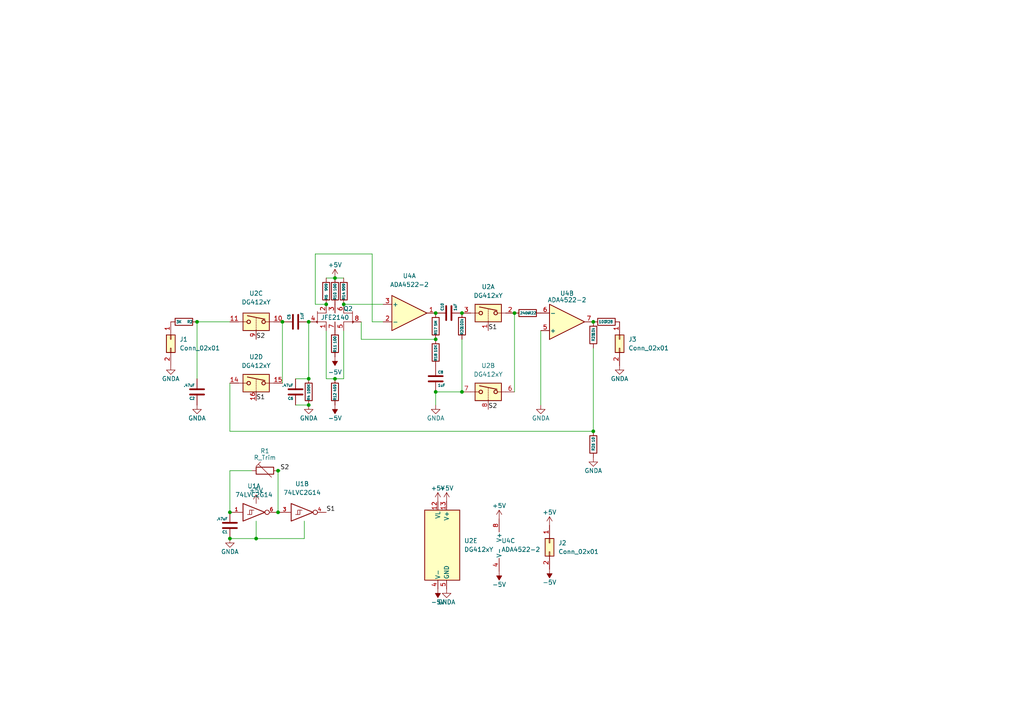
<source format=kicad_sch>
(kicad_sch (version 20211123) (generator eeschema)
  (paper "A4")
  (lib_symbols
    (symbol "74xGxx:74LVC2G14" (pin_names (offset 1.016))
      (property "Reference" "U" (at -2.54 3.81 0))
      (property "Value" "74LVC2G14" (at 0 -3.81 0))
      (symbol "74LVC2G14_0_1"
        (polyline (pts (xy -1.905 -0.635) (xy -1.27 -0.635) (xy -1.27 0.635)))
        (polyline (pts (xy -3.81 2.54) (xy -3.81 -2.54) (xy 2.54 0) (xy -3.81 2.54)) (stroke (width 0.254)))
        (polyline (pts (xy -2.54 -0.635) (xy -1.905 -0.635) (xy -1.905 0.635) (xy -0.635 0.635)))
        (pin power_in line (at 0 -2.54 270) (length 0) hide (name "GND") (number "2"))
        (pin power_in line (at 0 2.54 90) (length 0) hide (name "VCC") (number "5"))
      )
      (symbol "74LVC2G14_1_1"
        (pin input line (at -7.62 0 0) (length 3.81) (name "~") (number "1"))
        (pin output inverted (at 6.35 0 180) (length 3.81) (name "~") (number "6"))
      )
      (symbol "74LVC2G14_2_1"
        (pin input line (at -7.62 0 0) (length 3.81) (name "~") (number "3"))
        (pin output inverted (at 6.35 0 180) (length 3.81) (name "~") (number "4"))
      )
    )
    (symbol "Amplifier_Operational:LM358" (pin_names (offset 0.127))
      (property "Reference" "U" (at 0 5.08 0))
      (property "Value" "LM358" (at 0 -5.08 0))
      (symbol "LM358_1_1"
        (polyline (pts (xy -5.08 5.08) (xy 5.08 0) (xy -5.08 -5.08) (xy -5.08 5.08)) (stroke (width 0.254)) (fill (type background)))
        (pin output line (at 7.62 0 180) (length 2.54) (name "~") (number "1"))
        (pin input line (at -7.62 -2.54 0) (length 2.54) (name "-") (number "2"))
        (pin input line (at -7.62 2.54 0) (length 2.54) (name "+") (number "3"))
      )
      (symbol "LM358_2_1"
        (polyline (pts (xy -5.08 5.08) (xy 5.08 0) (xy -5.08 -5.08) (xy -5.08 5.08)) (stroke (width 0.254)) (fill (type background)))
        (pin input line (at -7.62 2.54 0) (length 2.54) (name "+") (number "5"))
        (pin input line (at -7.62 -2.54 0) (length 2.54) (name "-") (number "6"))
        (pin output line (at 7.62 0 180) (length 2.54) (name "~") (number "7"))
      )
      (symbol "LM358_3_1"
        (pin power_in line (at -2.54 -7.62 90) (length 3.81) (name "V-") (number "4"))
        (pin power_in line (at -2.54 7.62 270) (length 3.81) (name "V+") (number "8"))
      )
    )
    (symbol "Analog_Switch:DG412xY" (pin_names (offset 0.254))
      (property "Reference" "U" (at -3.175 5.334 0))
      (property "Value" "DG412xY" (at -3.175 3.556 0))
      (symbol "DG412xY_1_1"
        (rectangle (start -3.81 2.54) (end 3.81 -2.54) (stroke (width 0.254)) (fill (type background)))
        (circle (center -2.159 0) (radius 0.508) (stroke (width 0.254)))
        (polyline (pts (xy -5.08 0) (xy -2.794 0)))
        (polyline (pts (xy -2.54 0.762) (xy 2.54 1.778)) (stroke (width 0.254)))
        (polyline (pts (xy 0 -2.54) (xy 0 -2.032)))
        (polyline (pts (xy 0 -1.778) (xy 0 -1.524)))
        (polyline (pts (xy 0 -1.27) (xy 0 -1.016)))
        (polyline (pts (xy 0 -0.762) (xy 0 -0.508)))
        (polyline (pts (xy 0 -0.254) (xy 0 0)))
        (polyline (pts (xy 0 0.254) (xy 0 0.508)))
        (polyline (pts (xy 0 0.762) (xy 0 1.016)))
        (polyline (pts (xy 5.08 0) (xy 2.794 0)))
        (circle (center 2.159 0) (radius 0.508) (stroke (width 0.254)))
        (pin input line (at 0 -5.08 90) (length 2.54) (name "~") (number "1"))
        (pin passive line (at -7.62 0 0) (length 2.54) (name "~") (number "2"))
        (pin passive line (at 7.62 0 180) (length 2.54) (name "~") (number "3"))
      )
      (symbol "DG412xY_2_1"
        (rectangle (start -3.81 2.54) (end 3.81 -2.54) (stroke (width 0.254)) (fill (type background)))
        (circle (center -2.159 0) (radius 0.508) (stroke (width 0.254)))
        (polyline (pts (xy -5.08 0) (xy -2.794 0)))
        (polyline (pts (xy -2.54 0.762) (xy 2.54 1.778)) (stroke (width 0.254)))
        (polyline (pts (xy 0 -2.54) (xy 0 -2.032)))
        (polyline (pts (xy 0 -1.778) (xy 0 -1.524)))
        (polyline (pts (xy 0 -1.27) (xy 0 -1.016)))
        (polyline (pts (xy 0 -0.762) (xy 0 -0.508)))
        (polyline (pts (xy 0 -0.254) (xy 0 0)))
        (polyline (pts (xy 0 0.254) (xy 0 0.508)))
        (polyline (pts (xy 0 0.762) (xy 0 1.016)))
        (polyline (pts (xy 5.08 0) (xy 2.794 0)))
        (circle (center 2.159 0) (radius 0.508) (stroke (width 0.254)))
        (pin passive line (at -7.62 0 0) (length 2.54) (name "~") (number "6"))
        (pin passive line (at 7.62 0 180) (length 2.54) (name "~") (number "7"))
        (pin input line (at 0 -5.08 90) (length 2.54) (name "~") (number "8"))
      )
      (symbol "DG412xY_3_1"
        (rectangle (start -3.81 2.54) (end 3.81 -2.54) (stroke (width 0.254)) (fill (type background)))
        (circle (center -2.159 0) (radius 0.508) (stroke (width 0.254)))
        (polyline (pts (xy -5.08 0) (xy -2.794 0)))
        (polyline (pts (xy -2.54 0.762) (xy 2.54 1.778)) (stroke (width 0.254)))
        (polyline (pts (xy 0 -2.54) (xy 0 -2.032)))
        (polyline (pts (xy 0 -1.778) (xy 0 -1.524)))
        (polyline (pts (xy 0 -1.27) (xy 0 -1.016)))
        (polyline (pts (xy 0 -0.762) (xy 0 -0.508)))
        (polyline (pts (xy 0 -0.254) (xy 0 0)))
        (polyline (pts (xy 0 0.254) (xy 0 0.508)))
        (polyline (pts (xy 0 0.762) (xy 0 1.016)))
        (polyline (pts (xy 5.08 0) (xy 2.794 0)))
        (circle (center 2.159 0) (radius 0.508) (stroke (width 0.254)))
        (pin passive line (at -7.62 0 0) (length 2.54) (name "~") (number "10"))
        (pin passive line (at 7.62 0 180) (length 2.54) (name "~") (number "11"))
        (pin input line (at 0 -5.08 90) (length 2.54) (name "~") (number "9"))
      )
      (symbol "DG412xY_4_1"
        (rectangle (start -3.81 2.54) (end 3.81 -2.54) (stroke (width 0.254)) (fill (type background)))
        (circle (center -2.159 0) (radius 0.508) (stroke (width 0.254)))
        (polyline (pts (xy -5.08 0) (xy -2.794 0)))
        (polyline (pts (xy -2.54 0.762) (xy 2.54 1.778)) (stroke (width 0.254)))
        (polyline (pts (xy 0 -2.54) (xy 0 -2.032)))
        (polyline (pts (xy 0 -1.778) (xy 0 -1.524)))
        (polyline (pts (xy 0 -1.27) (xy 0 -1.016)))
        (polyline (pts (xy 0 -0.762) (xy 0 -0.508)))
        (polyline (pts (xy 0 -0.254) (xy 0 0)))
        (polyline (pts (xy 0 0.254) (xy 0 0.508)))
        (polyline (pts (xy 0 0.762) (xy 0 1.016)))
        (polyline (pts (xy 5.08 0) (xy 2.794 0)))
        (circle (center 2.159 0) (radius 0.508) (stroke (width 0.254)))
        (pin passive line (at 7.62 0 180) (length 2.54) (name "~") (number "14"))
        (pin passive line (at -7.62 0 0) (length 2.54) (name "~") (number "15"))
        (pin input line (at 0 -5.08 90) (length 2.54) (name "~") (number "16"))
      )
      (symbol "DG412xY_5_0"
        (pin power_in line (at 2.54 12.7 270) (length 2.54) (name "VL") (number "12"))
        (pin power_in line (at 0 12.7 270) (length 2.54) (name "V+") (number "13"))
        (pin power_in line (at 2.54 -12.7 90) (length 2.54) (name "V-") (number "4"))
        (pin power_in line (at 0 -12.7 90) (length 2.54) (name "GND") (number "5"))
      )
      (symbol "DG412xY_5_1"
        (rectangle (start -3.81 10.16) (end 6.35 -10.16) (stroke (width 0.254)) (fill (type background)))
      )
    )
    (symbol "Connector_Generic:Conn_02x01" (pin_names (offset 1.016) hide)
      (property "Reference" "J" (at 1.27 2.54 0))
      (property "Value" "Conn_02x01" (at 1.27 -2.54 0))
      (symbol "Conn_02x01_1_1"
        (rectangle (start -1.27 0.127) (end 0 -0.127) (stroke (width 0.1524)))
        (rectangle (start -1.27 1.27) (end 3.81 -1.27) (stroke (width 0.254)) (fill (type background)))
        (rectangle (start 3.81 0.127) (end 2.54 -0.127) (stroke (width 0.1524)))
        (pin passive line (at -5.08 0 0) (length 3.81) (name "Pin_1") (number "1"))
        (pin passive line (at 7.62 0 180) (length 3.81) (name "Pin_2") (number "2"))
      )
    )
    (symbol "CustomSymbols:JFE2140"
      (property "Reference" "Q" (at -7.874 0.254 0))
      (property "Value" "JFE2140" (at 0 -3.81 0))
      (symbol "JFE2140_0_1"
        (polyline (pts (xy -5.08 -5.588) (xy -5.08 -2.032)))
        (polyline (pts (xy -5.08 -5.08) (xy -2.54 -5.08)))
        (polyline (pts (xy -2.54 -2.54) (xy -5.08 -2.54)))
        (polyline (pts (xy 2.54 -5.08) (xy 5.08 -5.08)))
        (polyline (pts (xy 5.08 -2.54) (xy 2.54 -2.54)))
        (polyline (pts (xy 5.08 -2.032) (xy 5.08 -5.588)))
        (polyline (pts (xy -5.08 -5.08) (xy -5.334 -4.826) (xy -5.334 -5.334) (xy -5.08 -5.08)))
        (polyline (pts (xy 5.08 -5.08) (xy 5.334 -5.334) (xy 5.334 -4.826) (xy 5.08 -5.08)))
      )
      (symbol "JFE2140_1_1"
        (pin input line (at -2.54 -7.62 90) (length 2.54) (name "") (number "1"))
        (pin input line (at -2.54 0 270) (length 2.54) (name "") (number "2"))
        (pin input line (at 0 0 270) (length 2.54) (name "") (number "3"))
        (pin input line (at -7.62 -5.08 0) (length 2.54) (name "") (number "4"))
        (pin input line (at 2.54 -7.62 90) (length 2.54) (name "") (number "5"))
        (pin input line (at 2.54 0 270) (length 2.54) (name "") (number "6"))
        (pin input line (at 0 -7.62 90) (length 2.54) (name "") (number "7"))
        (pin input line (at 7.62 -5.08 180) (length 2.54) (name "") (number "8"))
      )
    )
    (symbol "Device:C" (pin_numbers hide) (pin_names (offset 0.254))
      (property "Reference" "C" (at 0.635 2.54 0))
      (property "Value" "C" (at 0.635 -2.54 0))
      (symbol "C_0_1"
        (polyline (pts (xy -2.032 -0.762) (xy 2.032 -0.762)) (stroke (width 0.508)))
        (polyline (pts (xy -2.032 0.762) (xy 2.032 0.762)) (stroke (width 0.508)))
      )
      (symbol "C_1_1"
        (pin passive line (at 0 3.81 270) (length 2.794) (name "~") (number "1"))
        (pin passive line (at 0 -3.81 90) (length 2.794) (name "~") (number "2"))
      )
    )
    (symbol "Device:R" (pin_numbers hide) (pin_names (offset 0))
      (property "Reference" "R" (at 2.032 0 90))
      (property "Value" "R" (at 0 0 90))
      (symbol "R_0_1"
        (rectangle (start -1.016 -2.54) (end 1.016 2.54) (stroke (width 0.254)))
      )
      (symbol "R_1_1"
        (pin passive line (at 0 3.81 270) (length 1.27) (name "~") (number "1"))
        (pin passive line (at 0 -3.81 90) (length 1.27) (name "~") (number "2"))
      )
    )
    (symbol "Device:R_Trim" (pin_numbers hide) (pin_names (offset 0))
      (property "Reference" "R" (at 2.54 -2.54 90))
      (property "Value" "R_Trim" (at -2.54 -0.635 90))
      (symbol "R_Trim_0_1"
        (rectangle (start -1.016 -2.54) (end 1.016 2.54) (stroke (width 0.254)))
        (polyline (pts (xy -1.905 -1.905) (xy 1.905 1.905) (xy 2.54 1.27) (xy 1.27 2.54)))
      )
      (symbol "R_Trim_1_1"
        (pin passive line (at 0 3.81 270) (length 1.27) (name "~") (number "1"))
        (pin passive line (at 0 -3.81 90) (length 1.27) (name "~") (number "2"))
      )
    )
    (symbol "power:+5V" (power) (pin_names (offset 0))
      (property "Value" "+5V" (at 0 3.556 0))
      (symbol "+5V_0_1"
        (polyline (pts (xy -0.762 1.27) (xy 0 2.54)))
        (polyline (pts (xy 0 0) (xy 0 2.54)))
        (polyline (pts (xy 0 2.54) (xy 0.762 1.27)))
      )
      (symbol "+5V_1_1"
        (pin power_in line (at 0 0 90) (length 0) hide (name "+5V") (number "1"))
      )
    )
    (symbol "power:-5V" (power) (pin_names (offset 0))
      (property "Value" "-5V" (at 0 3.81 0))
      (symbol "-5V_0_0"
        (pin power_in line (at 0 0 90) (length 0) hide (name "-5V") (number "1"))
      )
      (symbol "-5V_0_1"
        (polyline (pts (xy 0 0) (xy 0 1.27) (xy 0.762 1.27) (xy 0 2.54) (xy -0.762 1.27) (xy 0 1.27)) (fill (type outline)))
      )
    )
    (symbol "power:GNDA" (power) (pin_names (offset 0))
      (property "Value" "GNDA" (at 0 -3.81 0))
      (symbol "GNDA_0_1"
        (polyline (pts (xy 0 0) (xy 0 -1.27) (xy 1.27 -1.27) (xy 0 -2.54) (xy -1.27 -1.27) (xy 0 -1.27)))
      )
      (symbol "GNDA_1_1"
        (pin power_in line (at 0 0 270) (length 0) hide (name "GNDA") (number "1"))
      )
    )
  )
  (junction (at 57.15 93.345))
  (junction (at 97.155 109.855))
  (junction (at 80.645 136.525))
  (junction (at 172.085 125.095))
  (junction (at 74.295 156.21))
  (junction (at 133.985 113.665))
  (junction (at 66.675 156.21))
  (junction (at 89.535 93.345))
  (junction (at 89.535 109.855))
  (junction (at 97.155 80.645))
  (junction (at 66.675 148.59))
  (junction (at 126.365 113.665))
  (junction (at 89.535 117.475))
  (junction (at 126.365 90.805))
  (junction (at 149.225 90.805))
  (junction (at 81.915 93.345))
  (junction (at 133.985 90.805))
  (junction (at 94.615 88.265))
  (junction (at 126.365 98.425))
  (junction (at 172.085 93.345))
  (junction (at 99.695 88.265))
  (junction (at 80.645 148.59))
  (wire (pts (xy 80.645 136.525) (xy 80.645 148.59)))
  (wire (pts (xy 172.085 125.095) (xy 172.085 100.965)))
  (wire (pts (xy 85.725 109.855) (xy 89.535 109.855)))
  (wire (pts (xy 94.615 109.855) (xy 97.155 109.855)))
  (wire (pts (xy 66.675 125.095) (xy 66.675 111.125)))
  (wire (pts (xy 99.695 109.855) (xy 97.155 109.855)))
  (wire (pts (xy 104.775 98.425) (xy 126.365 98.425)))
  (wire (pts (xy 149.225 90.805) (xy 149.225 113.665)))
  (wire (pts (xy 133.985 113.665) (xy 126.365 113.665)))
  (wire (pts (xy 66.675 156.21) (xy 74.295 156.21)))
  (wire (pts (xy 97.155 80.645) (xy 99.695 80.645)))
  (wire (pts (xy 133.985 98.425) (xy 133.985 113.665)))
  (wire (pts (xy 66.675 136.525) (xy 66.675 148.59)))
  (wire (pts (xy 80.645 136.525) (xy 81.28 136.525)))
  (wire (pts (xy 94.615 95.885) (xy 94.615 109.855)))
  (wire (pts (xy 104.775 93.345) (xy 104.775 98.425)))
  (wire (pts (xy 94.615 80.645) (xy 97.155 80.645)))
  (wire (pts (xy 73.025 136.525) (xy 66.675 136.525)))
  (wire (pts (xy 156.845 117.475) (xy 156.845 95.885)))
  (wire (pts (xy 99.695 88.265) (xy 111.125 88.265)))
  (wire (pts (xy 81.915 93.345) (xy 81.915 111.125)))
  (wire (pts (xy 94.615 88.265) (xy 91.44 88.265)))
  (wire (pts (xy 74.295 151.13) (xy 74.295 156.21)))
  (wire (pts (xy 172.085 125.095) (xy 66.675 125.095)))
  (wire (pts (xy 57.15 93.345) (xy 66.675 93.345)))
  (wire (pts (xy 91.44 73.66) (xy 107.95 73.66)))
  (wire (pts (xy 57.15 93.345) (xy 57.15 109.855)))
  (wire (pts (xy 91.44 88.265) (xy 91.44 73.66)))
  (wire (pts (xy 74.295 156.21) (xy 88.265 156.21)))
  (wire (pts (xy 126.365 117.475) (xy 126.365 113.665)))
  (wire (pts (xy 107.95 93.345) (xy 111.125 93.345)))
  (wire (pts (xy 88.265 156.21) (xy 88.265 151.13)))
  (wire (pts (xy 85.725 117.475) (xy 89.535 117.475)))
  (wire (pts (xy 99.695 95.885) (xy 99.695 109.855)))
  (wire (pts (xy 107.95 73.66) (xy 107.95 93.345)))
  (wire (pts (xy 89.535 93.345) (xy 89.535 109.855)))
  (label "S1" (at 141.605 95.885 0))
  (label "S1" (at 94.615 148.59 0))
  (label "S1" (at 74.295 116.205 0))
  (label "S2" (at 81.28 136.525 0))
  (label "S2" (at 141.605 118.745 0))
  (label "S2" (at 74.295 98.425 0))
  (symbol (lib_id "power:GNDA") (at 129.54 170.815 0) (unit 1)
    (property "Reference" "#PWR0106" (effects hide))
    (property "Value" "GNDA" (at 129.54 174.625 0))
  )
  (symbol (lib_id "power:-5V") (at 159.385 165.1 180) (unit 1)
    (property "Reference" "#PWR0118" (effects hide))
    (property "Value" "-5V" (at 159.385 168.91 0))
  )
  (symbol (lib_id "Device:R") (at 172.085 128.905 0) (unit 1)
    (property "Reference" "R26" (at 172.085 130.81 90) (effects (font (size 0.75 0.75)) (justify left)))
    (property "Value" "10" (at 172.085 128.27 90) (effects (font (size 0.75 0.75)) (justify left)))
    (property "Footprint" "Resistor_THT:R_Axial_DIN0207_L6.3mm_D2.5mm_P10.16mm_Horizontal" (effects hide))
  )
  (symbol (lib_id "Device:R") (at 97.155 113.665 0) (unit 1)
    (property "Reference" "R12" (at 97.155 116.205 90) (effects (font (size 0.75 0.75)) (justify left)))
    (property "Value" "499" (at 97.155 113.665 90) (effects (font (size 0.75 0.75)) (justify left)))
    (property "Footprint" "Resistor_THT:R_Axial_DIN0207_L6.3mm_D2.5mm_P10.16mm_Horizontal" (effects hide))
  )
  (symbol (lib_id "Device:C") (at 66.675 152.4 180) (unit 1)
    (property "Reference" "C1" (at 66.04 154.305 0) (effects (font (size 0.75 0.75)) (justify left)))
    (property "Value" ".47uF" (at 66.04 150.495 0) (effects (font (size 0.75 0.75)) (justify left)))
    (property "Footprint" "Capacitor_SMD:C_1206_3216Metric" (effects hide))
  )
  (symbol (lib_id "Device:R") (at 97.155 99.695 0) (unit 1)
    (property "Reference" "R11" (at 97.155 102.235 90) (effects (font (size 0.75 0.75)) (justify left)))
    (property "Value" "100" (at 97.155 99.695 90) (effects (font (size 0.75 0.75)) (justify left)))
    (property "Footprint" "Resistor_SMD:R_1206_3216Metric" (effects hide))
  )
  (symbol (lib_id "Amplifier_Operational:LM358") (at 164.465 93.345 0) (mirror x) (unit 2)
    (property "Reference" "U4" (at 164.465 85.09 0))
    (property "Value" "ADA4522-2" (at 164.465 86.995 0))
    (property "Footprint" "Package_SO:SOIC-8_3.9x4.9mm_P1.27mm" (effects hide))
    (property "Datasheet" "http://www.ti.com/lit/ds/symlink/lm2904-n.pdf" (effects hide))
  )
  (symbol (lib_id "Device:R") (at 126.365 94.615 0) (unit 1)
    (property "Reference" "R17" (at 126.365 97.155 90) (effects (font (size 0.75 0.75)) (justify left)))
    (property "Value" "5M" (at 126.365 94.615 90) (effects (font (size 0.75 0.75)) (justify left)))
    (property "Footprint" "Resistor_THT:R_Axial_DIN0207_L6.3mm_D2.5mm_P10.16mm_Horizontal" (effects hide))
  )
  (symbol (lib_id "Device:R") (at 172.085 97.155 0) (unit 1)
    (property "Reference" "R25" (at 172.085 99.06 90) (effects (font (size 0.75 0.75)) (justify left)))
    (property "Value" "10k" (at 172.085 97.155 90) (effects (font (size 0.75 0.75)) (justify left)))
    (property "Footprint" "Resistor_THT:R_Axial_DIN0207_L6.3mm_D2.5mm_P10.16mm_Horizontal" (effects hide))
  )
  (symbol (lib_id "Device:R") (at 89.535 113.665 0) (unit 1)
    (property "Reference" "R4" (at 89.535 116.205 90) (effects (font (size 0.75 0.75)) (justify left)))
    (property "Value" "100K" (at 89.535 114.3 90) (effects (font (size 0.75 0.75)) (justify left)))
    (property "Footprint" "Resistor_SMD:R_1206_3216Metric" (effects hide))
  )
  (symbol (lib_id "power:GNDA") (at 66.675 156.21 0) (unit 1)
    (property "Reference" "#PWR0101" (effects hide))
    (property "Value" "GNDA" (at 66.675 160.02 0))
  )
  (symbol (lib_id "power:+5V") (at 159.385 152.4 0) (unit 1)
    (property "Reference" "#PWR0117" (effects hide))
    (property "Value" "+5V" (at 159.385 148.59 0))
  )
  (symbol (lib_id "power:-5V") (at 97.155 103.505 180) (unit 1)
    (property "Reference" "#PWR0107" (effects hide))
    (property "Value" "-5V" (at 97.155 107.95 0))
  )
  (symbol (lib_id "power:+5V") (at 144.78 150.495 0) (unit 1)
    (property "Reference" "#PWR0115" (effects hide))
    (property "Value" "+5V" (at 144.78 146.685 0))
  )
  (symbol (lib_id "Device:C") (at 85.725 113.665 180) (unit 1)
    (property "Reference" "C6" (at 85.09 115.57 0) (effects (font (size 0.75 0.75)) (justify left)))
    (property "Value" ".47uF" (at 85.09 111.76 0) (effects (font (size 0.75 0.75)) (justify left)))
    (property "Footprint" "Capacitor_SMD:C_1206_3216Metric" (effects hide))
  )
  (symbol (lib_id "CustomSymbols:JFE2140") (at 97.155 88.265 0) (unit 1)
    (property "Reference" "Q2" (at 100.965 89.535 0))
    (property "Value" "JFE2140" (at 97.155 92.075 0))
    (property "Footprint" "Package_SO:SOIC-8_3.9x4.9mm_P1.27mm" (effects hide))
  )
  (symbol (lib_id "power:+5V") (at 129.54 145.415 0) (unit 1)
    (property "Reference" "#PWR0111" (effects hide))
    (property "Value" "+5V" (at 129.54 141.605 0))
  )
  (symbol (lib_id "power:GNDA") (at 57.15 117.475 0) (unit 1)
    (property "Reference" "#PWR0110" (effects hide))
    (property "Value" "GNDA" (at 57.15 121.285 0))
  )
  (symbol (lib_id "Amplifier_Operational:LM358") (at 118.745 90.805 0) (unit 1)
    (property "Reference" "U4" (at 118.745 80.01 0))
    (property "Value" "ADA4522-2" (at 118.745 82.55 0))
    (property "Footprint" "Package_SO:SOIC-8_3.9x4.9mm_P1.27mm" (effects hide))
    (property "Datasheet" "http://www.ti.com/lit/ds/symlink/lm2904-n.pdf" (effects hide))
  )
  (symbol (lib_id "Analog_Switch:DG412xY") (at 141.605 113.665 0) (mirror y) (unit 2)
    (property "Reference" "U2" (at 141.605 106.045 0))
    (property "Value" "DG412xY" (at 141.605 108.585 0))
    (property "Footprint" "Package_SO:SOIC-16_3.9x9.9mm_P1.27mm" (effects hide))
    (property "Datasheet" "https://datasheets.maximintegrated.com/en/ds/DG411-DG413.pdf" (effects hide))
  )
  (symbol (lib_id "Device:R") (at 53.34 93.345 90) (unit 1)
    (property "Reference" "R2" (at 55.88 93.345 90) (effects (font (size 0.75 0.75)) (justify left)))
    (property "Value" "3K" (at 52.705 93.345 90) (effects (font (size 0.75 0.75)) (justify left)))
    (property "Footprint" "Resistor_SMD:R_1206_3216Metric" (effects hide))
  )
  (symbol (lib_id "power:+5V") (at 74.295 146.05 0) (unit 1)
    (property "Reference" "#PWR0102" (effects hide))
    (property "Value" "+5V" (at 74.295 142.24 0))
  )
  (symbol (lib_id "Connector_Generic:Conn_02x01") (at 179.705 98.425 270) (unit 1)
    (property "Reference" "J3" (at 182.245 98.4249 90) (effects (justify left)))
    (property "Value" "Conn_02x01" (at 182.245 100.9649 90) (effects (justify left)))
    (property "Footprint" "Connector_PinHeader_2.54mm:PinHeader_2x01_P2.54mm_Vertical" (effects hide))
  )
  (symbol (lib_id "Analog_Switch:DG412xY") (at 74.295 111.125 0) (mirror y) (unit 4)
    (property "Reference" "U2" (at 74.295 103.505 0))
    (property "Value" "DG412xY" (at 74.295 106.045 0))
    (property "Footprint" "Package_SO:SOIC-16_3.9x9.9mm_P1.27mm" (effects hide))
    (property "Datasheet" "https://datasheets.maximintegrated.com/en/ds/DG411-DG413.pdf" (effects hide))
  )
  (symbol (lib_id "Analog_Switch:DG412xY") (at 141.605 90.805 0) (mirror y) (unit 1)
    (property "Reference" "U2" (at 141.605 83.185 0))
    (property "Value" "DG412xY" (at 141.605 85.725 0))
    (property "Footprint" "Package_SO:SOIC-16_3.9x9.9mm_P1.27mm" (effects hide))
    (property "Datasheet" "https://datasheets.maximintegrated.com/en/ds/DG411-DG413.pdf" (effects hide))
  )
  (symbol (lib_id "74xGxx:74LVC2G14") (at 74.295 148.59 0) (unit 1)
    (property "Reference" "U1" (at 73.66 140.97 0))
    (property "Value" "74LVC2G14" (at 73.66 143.51 0))
    (property "Footprint" "Package_TO_SOT_SMD:SOT-363_SC-70-6" (effects hide))
    (property "Datasheet" "https://www.ti.com/lit/ds/symlink/sn74lvc2g14.pdf" (effects hide))
  )
  (symbol (lib_id "Device:C") (at 130.175 90.805 90) (unit 1)
    (property "Reference" "C10" (at 128.27 90.17 0) (effects (font (size 0.75 0.75)) (justify left)))
    (property "Value" "1uF" (at 132.08 90.17 0) (effects (font (size 0.75 0.75)) (justify left)))
    (property "Footprint" "Capacitor_SMD:C_1206_3216Metric" (effects hide))
  )
  (symbol (lib_id "power:GNDA") (at 126.365 117.475 0) (unit 1)
    (property "Reference" "#PWR0105" (effects hide))
    (property "Value" "GNDA" (at 126.365 121.285 0))
  )
  (symbol (lib_id "Device:R") (at 153.035 90.805 90) (unit 1)
    (property "Reference" "R22" (at 155.575 90.805 90) (effects (font (size 0.75 0.75)) (justify left)))
    (property "Value" "240k" (at 153.67 90.805 90) (effects (font (size 0.75 0.75)) (justify left)))
    (property "Footprint" "Resistor_SMD:R_1206_3216Metric" (effects hide))
  )
  (symbol (lib_id "Analog_Switch:DG412xY") (at 129.54 158.115 0) (mirror y) (unit 5)
    (property "Reference" "U2" (at 134.62 156.8449 0) (effects (justify right)))
    (property "Value" "DG412xY" (at 134.62 159.3849 0) (effects (justify right)))
    (property "Footprint" "Package_SO:SOIC-16_3.9x9.9mm_P1.27mm" (effects hide))
    (property "Datasheet" "https://datasheets.maximintegrated.com/en/ds/DG411-DG413.pdf" (effects hide))
  )
  (symbol (lib_id "Amplifier_Operational:LM358") (at 147.32 158.115 0) (unit 3)
    (property "Reference" "U4" (at 145.415 156.8449 0) (effects (justify left)))
    (property "Value" "ADA4522-2" (at 145.415 159.3849 0) (effects (justify left)))
    (property "Footprint" "Package_SO:SOIC-8_3.9x4.9mm_P1.27mm" (effects hide))
    (property "Datasheet" "http://www.ti.com/lit/ds/symlink/lm2904-n.pdf" (effects hide))
  )
  (symbol (lib_id "Device:R") (at 99.695 84.455 0) (unit 1)
    (property "Reference" "R14" (at 99.695 86.995 90) (effects (font (size 0.75 0.75)) (justify left)))
    (property "Value" "909" (at 99.695 84.455 90) (effects (font (size 0.75 0.75)) (justify left)))
    (property "Footprint" "Resistor_THT:R_Axial_DIN0207_L6.3mm_D2.5mm_P10.16mm_Horizontal" (effects hide))
  )
  (symbol (lib_id "Device:C") (at 57.15 113.665 180) (unit 1)
    (property "Reference" "C2" (at 56.515 115.57 0) (effects (font (size 0.75 0.75)) (justify left)))
    (property "Value" ".47uF" (at 56.515 111.76 0) (effects (font (size 0.75 0.75)) (justify left)))
    (property "Footprint" "Capacitor_SMD:C_1206_3216Metric" (effects hide))
  )
  (symbol (lib_id "power:GNDA") (at 49.53 106.045 0) (unit 1)
    (property "Reference" "#PWR0119" (effects hide))
    (property "Value" "GNDA" (at 49.53 109.855 0))
  )
  (symbol (lib_id "74xGxx:74LVC2G14") (at 88.265 148.59 0) (unit 2)
    (property "Reference" "U1" (at 87.63 140.335 0))
    (property "Value" "74LVC2G14" (at 87.63 142.875 0))
    (property "Footprint" "Package_TO_SOT_SMD:SOT-363_SC-70-6" (effects hide))
    (property "Datasheet" "https://www.ti.com/lit/ds/symlink/sn74lvc2g14.pdf" (effects hide))
  )
  (symbol (lib_id "power:-5V") (at 97.155 117.475 180) (unit 1)
    (property "Reference" "#PWR0108" (effects hide))
    (property "Value" "-5V" (at 97.155 121.285 0))
  )
  (symbol (lib_id "Device:C") (at 126.365 109.855 0) (unit 1)
    (property "Reference" "C8" (at 127 107.95 0) (effects (font (size 0.75 0.75)) (justify left)))
    (property "Value" "1uF" (at 127 111.76 0) (effects (font (size 0.75 0.75)) (justify left)))
    (property "Footprint" "Capacitor_SMD:C_1206_3216Metric" (effects hide))
  )
  (symbol (lib_id "Device:R") (at 97.155 84.455 0) (unit 1)
    (property "Reference" "R10" (at 97.155 86.995 90) (effects (font (size 0.75 0.75)) (justify left)))
    (property "Value" "100" (at 97.155 84.455 90) (effects (font (size 0.75 0.75)) (justify left)))
    (property "Footprint" "Resistor_SMD:R_1206_3216Metric" (effects hide))
  )
  (symbol (lib_id "power:+5V") (at 97.155 80.645 0) (unit 1)
    (property "Reference" "#PWR0113" (effects hide))
    (property "Value" "+5V" (at 97.155 76.835 0))
  )
  (symbol (lib_id "Device:C") (at 85.725 93.345 90) (unit 1)
    (property "Reference" "C5" (at 83.82 92.71 0) (effects (font (size 0.75 0.75)) (justify left)))
    (property "Value" "1uF" (at 87.63 92.71 0) (effects (font (size 0.75 0.75)) (justify left)))
    (property "Footprint" "Capacitor_SMD:C_1206_3216Metric" (effects hide))
  )
  (symbol (lib_id "power:GNDA") (at 179.705 106.045 0) (unit 1)
    (property "Reference" "#PWR0120" (effects hide))
    (property "Value" "GNDA" (at 179.705 109.855 0))
  )
  (symbol (lib_id "Device:R") (at 94.615 84.455 0) (unit 1)
    (property "Reference" "R6" (at 94.615 86.995 90) (effects (font (size 0.75 0.75)) (justify left)))
    (property "Value" "909" (at 94.615 84.455 90) (effects (font (size 0.75 0.75)) (justify left)))
    (property "Footprint" "Resistor_THT:R_Axial_DIN0207_L6.3mm_D2.5mm_P10.16mm_Horizontal" (effects hide))
  )
  (symbol (lib_id "Device:R_Trim") (at 76.835 136.525 90) (unit 1)
    (property "Reference" "R1" (at 76.835 130.81 90))
    (property "Value" "R_Trim" (at 76.835 132.715 90))
    (property "Footprint" "Potentiometer_THT:Potentiometer_Bourns_3296Y_Vertical" (effects hide))
  )
  (symbol (lib_id "power:+5V") (at 127 145.415 0) (unit 1)
    (property "Reference" "#PWR0112" (effects hide))
    (property "Value" "+5V" (at 127 141.605 0))
  )
  (symbol (lib_id "power:GNDA") (at 156.845 117.475 0) (unit 1)
    (property "Reference" "#PWR0104" (effects hide))
    (property "Value" "GNDA" (at 156.845 121.285 0))
  )
  (symbol (lib_id "power:-5V") (at 127 170.815 180) (unit 1)
    (property "Reference" "#PWR0114" (effects hide))
    (property "Value" "-5V" (at 127 174.625 0))
  )
  (symbol (lib_id "power:-5V") (at 144.78 165.735 180) (unit 1)
    (property "Reference" "#PWR0116" (effects hide))
    (property "Value" "-5V" (at 144.78 169.545 0))
  )
  (symbol (lib_id "Analog_Switch:DG412xY") (at 74.295 93.345 0) (mirror y) (unit 3)
    (property "Reference" "U2" (at 74.295 85.09 0))
    (property "Value" "DG412xY" (at 74.295 87.63 0))
    (property "Footprint" "Package_SO:SOIC-16_3.9x9.9mm_P1.27mm" (effects hide))
    (property "Datasheet" "https://datasheets.maximintegrated.com/en/ds/DG411-DG413.pdf" (effects hide))
  )
  (symbol (lib_id "Connector_Generic:Conn_02x01") (at 49.53 98.425 270) (unit 1)
    (property "Reference" "J1" (at 52.07 98.4249 90) (effects (justify left)))
    (property "Value" "Conn_02x01" (at 52.07 100.9649 90) (effects (justify left)))
    (property "Footprint" "Connector_PinHeader_2.54mm:PinHeader_2x01_P2.54mm_Vertical" (effects hide))
  )
  (symbol (lib_id "Device:R") (at 126.365 102.235 0) (unit 1)
    (property "Reference" "R18" (at 126.365 104.775 90) (effects (font (size 0.75 0.75)) (justify left)))
    (property "Value" "10K" (at 126.365 102.235 90) (effects (font (size 0.75 0.75)) (justify left)))
    (property "Footprint" "Resistor_THT:R_Axial_DIN0207_L6.3mm_D2.5mm_P10.16mm_Horizontal" (effects hide))
  )
  (symbol (lib_id "power:GNDA") (at 172.085 132.715 0) (unit 1)
    (property "Reference" "#PWR0103" (effects hide))
    (property "Value" "GNDA" (at 172.085 136.525 0))
  )
  (symbol (lib_id "Device:R") (at 133.985 94.615 0) (unit 1)
    (property "Reference" "R20" (at 133.985 97.155 90) (effects (font (size 0.75 0.75)) (justify left)))
    (property "Value" "100k" (at 133.985 95.25 90) (effects (font (size 0.75 0.75)) (justify left)))
    (property "Footprint" "Resistor_SMD:R_1206_3216Metric" (effects hide))
  )
  (symbol (lib_id "Device:R") (at 175.895 93.345 90) (unit 1)
    (property "Reference" "R28" (at 177.8 93.345 90) (effects (font (size 0.75 0.75)) (justify left)))
    (property "Value" "100" (at 175.895 93.345 90) (effects (font (size 0.75 0.75)) (justify left)))
    (property "Footprint" "Resistor_SMD:R_1206_3216Metric" (effects hide))
  )
  (symbol (lib_id "power:GNDA") (at 89.535 117.475 0) (unit 1)
    (property "Reference" "#PWR0109" (effects hide))
    (property "Value" "GNDA" (at 89.535 121.285 0))
  )
  (symbol (lib_id "Connector_Generic:Conn_02x01") (at 159.385 157.48 270) (unit 1)
    (property "Reference" "J2" (at 161.925 157.4799 90) (effects (justify left)))
    (property "Value" "Conn_02x01" (at 161.925 160.0199 90) (effects (justify left)))
    (property "Footprint" "Connector_PinHeader_2.54mm:PinHeader_2x01_P2.54mm_Vertical" (effects hide))
  )
)
</source>
